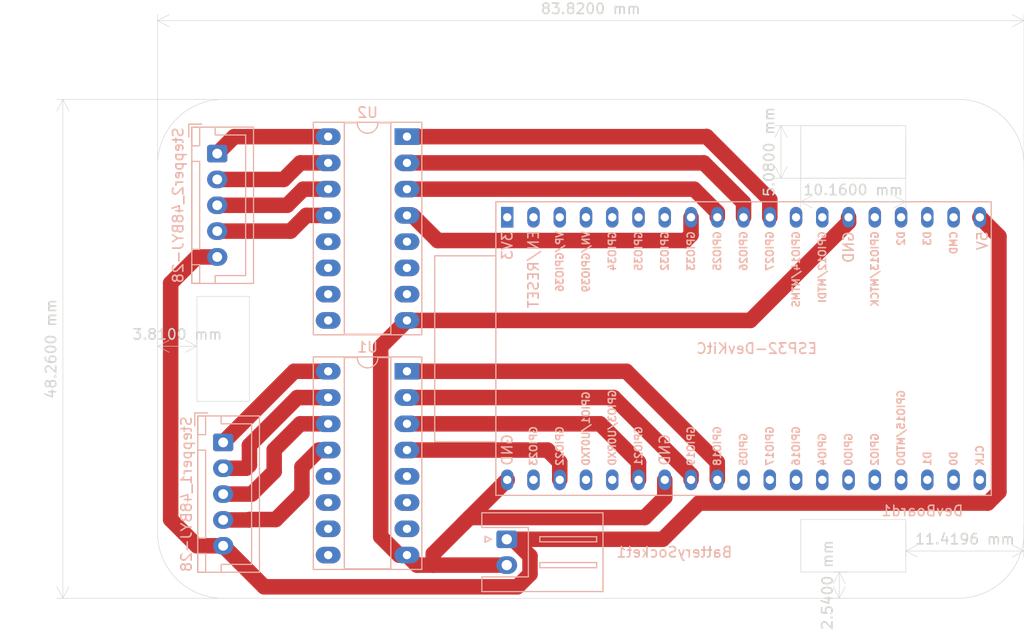
<source format=kicad_pcb>
(kicad_pcb (version 20240108) (generator "pcbnew") (generator_version "8.0")
  (layers (0 "F.Cu" signal) (31 "B.Cu" signal) (34 "B.Paste" user) (35 "F.Paste" user) (36 "B.SilkS" user "B.Silkscreen") (37 "F.SilkS" user "F.Silkscreen") (38 "B.Mask" user) (39 "F.Mask" user) (44 "Edge.Cuts" user))
  (net 0 "")
  (net 1 "GND")
  (net 2 "Net-(BatterySocket1-Pin_1)")
  (net 4 "Net-(DevBoard1-GPIO18)")
  (net 5 "Net-(DevBoard1-GPIO21)")
  (net 19 "Net-(DevBoard1-ADC2_CH7{slash}GPIO27)")
  (net 23 "Net-(DevBoard1-DAC_1{slash}ADC2_CH8{slash}GPIO25)")
  (net 30 "Net-(DevBoard1-DAC_2{slash}ADC2_CH9{slash}GPIO26)")
  (net 31 "Net-(DevBoard1-GPIO19)")
  (net 34 "Net-(DevBoard1-32K_XN{slash}GPIO33{slash}ADC1_CH5)")
  (net 36 "Net-(DevBoard1-GPIO22)")
  (net 37 "Net-(Stepper1_48BYJ-28-Pin_2)")
  (net 38 "Net-(Stepper1_48BYJ-28-Pin_4)")
  (net 39 "Net-(Stepper1_48BYJ-28-Pin_3)")
  (net 40 "Net-(Stepper1_48BYJ-28-Pin_1)")
  (net 41 "Net-(Stepper2_48BYJ-28-Pin_3)")
  (net 42 "Net-(Stepper2_48BYJ-28-Pin_4)")
  (net 43 "Net-(Stepper2_48BYJ-28-Pin_2)")
  (net 44 "Net-(Stepper2_48BYJ-28-Pin_1)")
  (footprint "Package_DIP:DIP-16_W7.62mm_Socket_LongPads" (layer "B.Cu") (at 134.249442 102.5 180)
    (property "Reference" "U1" (at 3.81 2.33 180) (layer "B.SilkS") (effects (justify mirror)))
    (property "Value" "ULN2003")
    (fp_line (start 9.06 1.39) (end 9.06 -19.17) (stroke (width 0.12)) (layer "B.SilkS"))
    (fp_line (start 9.06 -19.17) (end -1.44 -19.17) (stroke (width 0.12)) (layer "B.SilkS"))
    (fp_line (start 6.06 1.33) (end 6.06 -19.11) (stroke (width 0.12)) (layer "B.SilkS"))
    (fp_line (start 6.06 -19.11) (end 1.56 -19.11) (stroke (width 0.12)) (layer "B.SilkS"))
    (fp_line (start 4.81 1.33) (end 6.06 1.33) (stroke (width 0.12)) (layer "B.SilkS"))
    (fp_line (start 1.56 1.33) (end 2.81 1.33) (stroke (width 0.12)) (layer "B.SilkS"))
    (fp_line (start 1.56 -19.11) (end 1.56 1.33) (stroke (width 0.12)) (layer "B.SilkS"))
    (fp_line (start -1.44 1.39) (end 9.06 1.39) (stroke (width 0.12)) (layer "B.SilkS"))
    (fp_line (start -1.44 -19.17) (end -1.44 1.39) (stroke (width 0.12)) (layer "B.SilkS"))
    (fp_arc (start 2.81 1.33) (mid 3.81 0.33) (end 4.81 1.33) (stroke (width 0.12)) (layer "B.SilkS"))
    (pad "1" thru_hole rect (at 0 0 180) (size 2.4 1.6) (drill 0.8) (layers "*.Cu" "*.Mask") (net 4 "Net-(DevBoard1-GPIO18)"))
    (pad "2" thru_hole oval (at 0 -2.54 180) (size 2.4 1.6) (drill 0.8) (layers "*.Cu" "*.Mask") (net 31 "Net-(DevBoard1-GPIO19)"))
    (pad "3" thru_hole oval (at 0 -5.08 180) (size 2.4 1.6) (drill 0.8) (layers "*.Cu" "*.Mask") (net 5 "Net-(DevBoard1-GPIO21)"))
    (pad "4" thru_hole oval (at 0 -7.62 180) (size 2.4 1.6) (drill 0.8) (layers "*.Cu" "*.Mask") (net 36 "Net-(DevBoard1-GPIO22)"))
    (pad "5" thru_hole oval (at 0 -10.16 180) (size 2.4 1.6) (drill 0.8) (layers "*.Cu" "*.Mask"))
    (pad "6" thru_hole oval (at 0 -12.7 180) (size 2.4 1.6) (drill 0.8) (layers "*.Cu" "*.Mask"))
    (pad "7" thru_hole oval (at 0 -15.24 180) (size 2.4 1.6) (drill 0.8) (layers "*.Cu" "*.Mask"))
    (pad "8" thru_hole oval (at 0 -17.78 180) (size 2.4 1.6) (drill 0.8) (layers "*.Cu" "*.Mask") (net 1 "GND"))
    (pad "9" thru_hole oval (at 7.62 -17.78 180) (size 2.4 1.6) (drill 0.8) (layers "*.Cu" "*.Mask"))
    (pad "10" thru_hole oval (at 7.62 -15.24 180) (size 2.4 1.6) (drill 0.8) (layers "*.Cu" "*.Mask"))
    (pad "11" thru_hole oval (at 7.62 -12.7 180) (size 2.4 1.6) (drill 0.8) (layers "*.Cu" "*.Mask"))
    (pad "12" thru_hole oval (at 7.62 -10.16 180) (size 2.4 1.6) (drill 0.8) (layers "*.Cu" "*.Mask"))
    (pad "13" thru_hole oval (at 7.62 -7.62 180) (size 2.4 1.6) (drill 0.8) (layers "*.Cu" "*.Mask") (net 38 "Net-(Stepper1_48BYJ-28-Pin_4)"))
    (pad "14" thru_hole oval (at 7.62 -5.08 180) (size 2.4 1.6) (drill 0.8) (layers "*.Cu" "*.Mask") (net 39 "Net-(Stepper1_48BYJ-28-Pin_3)"))
    (pad "15" thru_hole oval (at 7.62 -2.54 180) (size 2.4 1.6) (drill 0.8) (layers "*.Cu" "*.Mask") (net 37 "Net-(Stepper1_48BYJ-28-Pin_2)"))
    (pad "16" thru_hole oval (at 7.62 0 180) (size 2.4 1.6) (drill 0.8) (layers "*.Cu" "*.Mask") (net 40 "Net-(Stepper1_48BYJ-28-Pin_1)"))
  )
  (footprint "Package_DIP:DIP-16_W7.62mm_Socket_LongPads" (layer "B.Cu") (at 134.249442 79.8 180)
    (property "Reference" "U2" (at 3.81 2.33 180) (layer "B.SilkS") (effects (justify mirror)))
    (property "Value" "ULN2003")
    (fp_line (start 9.06 1.39) (end 9.06 -19.17) (stroke (width 0.12)) (layer "B.SilkS"))
    (fp_line (start 9.06 -19.17) (end -1.44 -19.17) (stroke (width 0.12)) (layer "B.SilkS"))
    (fp_line (start 6.06 1.33) (end 6.06 -19.11) (stroke (width 0.12)) (layer "B.SilkS"))
    (fp_line (start 6.06 -19.11) (end 1.56 -19.11) (stroke (width 0.12)) (layer "B.SilkS"))
    (fp_line (start 4.81 1.33) (end 6.06 1.33) (stroke (width 0.12)) (layer "B.SilkS"))
    (fp_line (start 1.56 1.33) (end 2.81 1.33) (stroke (width 0.12)) (layer "B.SilkS"))
    (fp_line (start 1.56 -19.11) (end 1.56 1.33) (stroke (width 0.12)) (layer "B.SilkS"))
    (fp_line (start -1.44 1.39) (end 9.06 1.39) (stroke (width 0.12)) (layer "B.SilkS"))
    (fp_line (start -1.44 -19.17) (end -1.44 1.39) (stroke (width 0.12)) (layer "B.SilkS"))
    (fp_arc (start 2.81 1.33) (mid 3.81 0.33) (end 4.81 1.33) (stroke (width 0.12)) (layer "B.SilkS"))
    (pad "1" thru_hole rect (at 0 0 180) (size 2.4 1.6) (drill 0.8) (layers "*.Cu" "*.Mask") (net 19 "Net-(DevBoard1-ADC2_CH7{slash}GPIO27)"))
    (pad "2" thru_hole oval (at 0 -2.54 180) (size 2.4 1.6) (drill 0.8) (layers "*.Cu" "*.Mask") (net 30 "Net-(DevBoard1-DAC_2{slash}ADC2_CH9{slash}GPIO26)"))
    (pad "3" thru_hole oval (at 0 -5.08 180) (size 2.4 1.6) (drill 0.8) (layers "*.Cu" "*.Mask") (net 23 "Net-(DevBoard1-DAC_1{slash}ADC2_CH8{slash}GPIO25)"))
    (pad "4" thru_hole oval (at 0 -7.62 180) (size 2.4 1.6) (drill 0.8) (layers "*.Cu" "*.Mask") (net 34 "Net-(DevBoard1-32K_XN{slash}GPIO33{slash}ADC1_CH5)"))
    (pad "5" thru_hole oval (at 0 -10.16 180) (size 2.4 1.6) (drill 0.8) (layers "*.Cu" "*.Mask"))
    (pad "6" thru_hole oval (at 0 -12.7 180) (size 2.4 1.6) (drill 0.8) (layers "*.Cu" "*.Mask"))
    (pad "7" thru_hole oval (at 0 -15.24 180) (size 2.4 1.6) (drill 0.8) (layers "*.Cu" "*.Mask"))
    (pad "8" thru_hole oval (at 0 -17.78 180) (size 2.4 1.6) (drill 0.8) (layers "*.Cu" "*.Mask") (net 1 "GND"))
    (pad "9" thru_hole oval (at 7.62 -17.78 180) (size 2.4 1.6) (drill 0.8) (layers "*.Cu" "*.Mask"))
    (pad "10" thru_hole oval (at 7.62 -15.24 180) (size 2.4 1.6) (drill 0.8) (layers "*.Cu" "*.Mask"))
    (pad "11" thru_hole oval (at 7.62 -12.7 180) (size 2.4 1.6) (drill 0.8) (layers "*.Cu" "*.Mask"))
    (pad "12" thru_hole oval (at 7.62 -10.16 180) (size 2.4 1.6) (drill 0.8) (layers "*.Cu" "*.Mask"))
    (pad "13" thru_hole oval (at 7.62 -7.62 180) (size 2.4 1.6) (drill 0.8) (layers "*.Cu" "*.Mask") (net 42 "Net-(Stepper2_48BYJ-28-Pin_4)"))
    (pad "14" thru_hole oval (at 7.62 -5.08 180) (size 2.4 1.6) (drill 0.8) (layers "*.Cu" "*.Mask") (net 41 "Net-(Stepper2_48BYJ-28-Pin_3)"))
    (pad "15" thru_hole oval (at 7.62 -2.54 180) (size 2.4 1.6) (drill 0.8) (layers "*.Cu" "*.Mask") (net 43 "Net-(Stepper2_48BYJ-28-Pin_2)"))
    (pad "16" thru_hole oval (at 7.62 0 180) (size 2.4 1.6) (drill 0.8) (layers "*.Cu" "*.Mask") (net 44 "Net-(Stepper2_48BYJ-28-Pin_1)"))
  )
  (footprint "Connector_JST:JST_XH_S2B-XH-A_1x02_P2.50mm_Horizontal" (layer "B.Cu") (at 143.902882 118.75 -90)
    (property "Reference" "BatterySocket1" (at 1.25 -16.20656 180) (layer "B.SilkS") (effects (justify mirror)))
    (property "Value" "Conn_01x02_Socket")
    (fp_line (start -2.56 2.41) (end -2.56 -9.31) (stroke (width 0.12)) (layer "B.SilkS"))
    (fp_line (start -1.14 2.41) (end -2.56 2.41) (stroke (width 0.12)) (layer "B.SilkS"))
    (fp_line (start 3.64 2.41) (end 5.06 2.41) (stroke (width 0.12)) (layer "B.SilkS"))
    (fp_line (start 5.06 2.41) (end 5.06 -9.31) (stroke (width 0.12)) (layer "B.SilkS"))
    (fp_line (start -0.3 2.1) (end 0 1.5) (stroke (width 0.12)) (layer "B.SilkS"))
    (fp_line (start 0.3 2.1) (end -0.3 2.1) (stroke (width 0.12)) (layer "B.SilkS"))
    (fp_line (start 0 1.5) (end 0.3 2.1) (stroke (width 0.12)) (layer "B.SilkS"))
    (fp_line (start -1.14 -2.09) (end -1.14 2.41) (stroke (width 0.12)) (layer "B.SilkS"))
    (fp_line (start 1.25 -2.09) (end -1.14 -2.09) (stroke (width 0.12)) (layer "B.SilkS"))
    (fp_line (start 1.25 -2.09) (end 3.64 -2.09) (stroke (width 0.12)) (layer "B.SilkS"))
    (fp_line (start 3.64 -2.09) (end 3.64 2.41) (stroke (width 0.12)) (layer "B.SilkS"))
    (fp_line (start -0.25 -3.2) (end 0.25 -3.2) (stroke (width 0.12)) (layer "B.SilkS"))
    (fp_line (start 0.25 -3.2) (end 0.25 -8.7) (stroke (width 0.12)) (layer "B.SilkS"))
    (fp_line (start 2.25 -3.2) (end 2.75 -3.2) (stroke (width 0.12)) (layer "B.SilkS"))
    (fp_line (start 2.75 -3.2) (end 2.75 -8.7) (stroke (width 0.12)) (layer "B.SilkS"))
    (fp_line (start -0.25 -8.7) (end -0.25 -3.2) (stroke (width 0.12)) (layer "B.SilkS"))
    (fp_line (start 0.25 -8.7) (end -0.25 -8.7) (stroke (width 0.12)) (layer "B.SilkS"))
    (fp_line (start 2.25 -8.7) (end 2.25 -3.2) (stroke (width 0.12)) (layer "B.SilkS"))
    (fp_line (start 2.75 -8.7) (end 2.25 -8.7) (stroke (width 0.12)) (layer "B.SilkS"))
    (fp_line (start -2.56 -9.31) (end 1.25 -9.31) (stroke (width 0.12)) (layer "B.SilkS"))
    (fp_line (start 5.06 -9.31) (end 1.25 -9.31) (stroke (width 0.12)) (layer "B.SilkS"))
    (pad "1" thru_hole roundrect (at 0 0 270) (size 1.7 2) (drill 1) (layers "*.Cu" "*.Mask") (roundrect_rratio 0.1470588235) (net 2 "Net-(BatterySocket1-Pin_1)"))
    (pad "2" thru_hole oval (at 2.5 0 270) (size 1.7 2) (drill 1) (layers "*.Cu" "*.Mask") (net 1 "GND"))
  )
  (footprint "PCM_Espressif:ESP32-DevKitC" (layer "B.Cu") (at 143.949442 87.6 -90)
    (property "Reference" "DevBoard1" (at 28.4 -40.16 180) (layer "B.SilkS") (effects (justify mirror)))
    (property "Value" "ESP32-DevKitC" (at 12.7 -24.13 180) (layer "B.SilkS") (effects (justify mirror)))
    (fp_line (start 3.73012 7.01312) (end 3.73012 1.12032) (stroke (width 0.12)) (layer "B.SilkS"))
    (fp_line (start 21.71332 7.01312) (end 3.73012 7.01312) (stroke (width 0.12)) (layer "B.SilkS"))
    (fp_line (start 21.71332 1.12032) (end 21.71332 7.01312) (stroke (width 0.12)) (layer "B.SilkS"))
    (fp_line (start -1.499999 1.1) (end 26.9 1.1) (stroke (width 0.12)) (layer "B.SilkS"))
    (fp_line (start 26.9 1.1) (end 26.899999 -46.82) (stroke (width 0.12)) (layer "B.SilkS"))
    (fp_line (start -1.5 -46.82) (end -1.499999 1.1) (stroke (width 0.12)) (layer "B.SilkS"))
    (fp_line (start 26.899999 -46.82) (end -1.5 -46.82) (stroke (width 0.12)) (layer "B.SilkS"))
    (fp_text user "D2" (at 1.27 -38.1 90) (layer "B.SilkS") (effects (font (size 0.7 0.7)) (justify left mirror)))
    (fp_text user "GPIO1/U0TXD" (at 24.13 -7.62 90) (layer "B.SilkS") (effects (font (size 0.7 0.7)) (justify right mirror)))
    (fp_text user "GPIO17" (at 24.13 -25.4 90) (layer "B.SilkS") (effects (font (size 0.7 0.7)) (justify right mirror)))
    (fp_text user "GPIO32" (at 1.27 -15.24 90) (layer "B.SilkS") (effects (font (size 0.7 0.7)) (justify left mirror)))
    (fp_text user "GPIO27" (at 1.27 -25.4 90) (layer "B.SilkS") (effects (font (size 0.7 0.7)) (justify left mirror)))
    (fp_text user "GND" (at 24.13 -15.24 90) (layer "B.SilkS") (effects (justify right mirror)))
    (fp_text user "GPIO18" (at 24.13 -20.32 90) (layer "B.SilkS") (effects (font (size 0.7 0.7)) (justify right mirror)))
    (fp_text user "GPIO5" (at 24.13 -22.86 90) (layer "B.SilkS") (effects (font (size 0.7 0.7)) (justify right mirror)))
    (fp_text user "GPIO0" (at 24.13 -33.02 90) (layer "B.SilkS") (effects (font (size 0.7 0.7)) (justify right mirror)))
    (fp_text user "GPIO23" (at 24.13 -2.54 90) (layer "B.SilkS") (effects (font (size 0.7 0.7)) (justify right mirror)))
    (fp_text user "GPIO2" (at 24.13 -35.56 90) (layer "B.SilkS") (effects (font (size 0.7 0.7)) (justify right mirror)))
    (fp_text user "GPIO25" (at 1.27 -20.32 90) (layer "B.SilkS") (effects (font (size 0.7 0.7)) (justify left mirror)))
    (fp_text user "GPIO14/MTMS" (at 1.27 -27.94 90) (layer "B.SilkS") (effects (font (size 0.7 0.7)) (justify left mirror)))
    (fp_text user "GPIO4" (at 24.13 -30.48 90) (layer "B.SilkS") (effects (font (size 0.7 0.7)) (justify right mirror)))
    (fp_text user "GPIO22" (at 24.13 -5.08 90) (layer "B.SilkS") (effects (font (size 0.7 0.7)) (justify right mirror)))
    (fp_text user "VN/GPIO39" (at 1.27 -7.62 90) (layer "B.SilkS") (effects (font (size 0.7 0.7)) (justify left mirror)))
    (fp_text user "GPIO16" (at 24.13 -27.94 90) (layer "B.SilkS") (effects (font (size 0.7 0.7)) (justify right mirror)))
    (fp_text user "GPIO33" (at 1.27 -17.78 90) (layer "B.SilkS") (effects (font (size 0.7 0.7)) (justify left mirror)))
    (fp_text user "GPIO15/MTDO" (at 24.13 -38.1 90) (layer "B.SilkS") (effects (font (size 0.7 0.7)) (justify right mirror)))
    (fp_text user "GPIO21" (at 24.13 -12.7 90) (layer "B.SilkS") (effects (font (size 0.7 0.7)) (justify right mirror)))
    (fp_text user "GPIO35" (at 1.27 -12.7 90) (layer "B.SilkS") (effects (font (size 0.7 0.7)) (justify left mirror)))
    (fp_text user "GPIO3/U0RXD" (at 24.13 -10.16 90) (layer "B.SilkS") (effects (font (size 0.7 0.7)) (justify right mirror)))
    (fp_text user "D3" (at 1.27 -40.64 90) (layer "B.SilkS") (effects (font (size 0.7 0.7)) (justify left mirror)))
    (fp_text user "VP/GPIO36" (at 1.27 -5.08 90) (layer "B.SilkS") (effects (font (size 0.7 0.7)) (justify left mirror)))
    (fp_text user "5V" (at 1.26632 -45.97128 90) (layer "B.SilkS") (effects (justify left mirror)))
    (fp_text user "D1" (at 24.13 -40.64 90) (layer "B.SilkS") (effects (font (size 0.7 0.7)) (justify right mirror)))
    (fp_text user "GPIO34" (at 1.27 -10.16 90) (layer "B.SilkS") (effects (font (size 0.7 0.7)) (justify left mirror)))
    (fp_text user "GPIO26" (at 1.27 -22.86 90) (layer "B.SilkS") (effects (font (size 0.7 0.7)) (justify left mirror)))
    (fp_text user "CLK" (at 24.13 -45.72 90) (layer "B.SilkS") (effects (font (size 0.7 0.7)) (justify right mirror)))
    (fp_text user "GPIO13/MTCK" (at 1.27 -35.56 90) (layer "B.SilkS") (effects (font (size 0.7 0.7)) (justify left mirror)))
    (fp_text user "3V3" (at 1.27 0 90) (layer "B.SilkS") (effects (justify left mirror)))
    (fp_text user "D0" (at 24.13 -43.18 90) (layer "B.SilkS") (effects (font (size 0.7 0.7)) (justify right mirror)))
    (fp_text user "GND" (at 1.27 -33.02 90) (layer "B.SilkS") (effects (justify left mirror)))
    (fp_text user "GND" (at 24.13 0 90) (layer "B.SilkS") (effects (justify right mirror)))
    (fp_text user "GPIO12/MTDI" (at 1.27 -30.48 90) (layer "B.SilkS") (effects (font (size 0.7 0.7)) (justify left mirror)))
    (fp_text user "GPIO19" (at 24.13 -17.78 90) (layer "B.SilkS") (effects (font (size 0.7 0.7)) (justify right mirror)))
    (fp_text user "EN/RESET" (at 8.88632 -2.53728 90) (layer "B.SilkS") (effects (justify right mirror)))
    (fp_text user "CMD" (at 1.27 -43.18 90) (layer "B.SilkS") (effects (font (size 0.7 0.7)) (justify left mirror)))
    (pad "1" thru_hole rect (at 0 0) (size 1.2 2) (drill 0.8) (layers "*.Cu" "*.Mask"))
    (pad "2" thru_hole oval (at 0 -2.54) (size 1.2 2) (drill 0.8) (layers "*.Cu" "*.Mask"))
    (pad "3" thru_hole oval (at 0 -5.08) (size 1.2 2) (drill 0.8) (layers "*.Cu" "*.Mask"))
    (pad "4" thru_hole oval (at 0 -7.62) (size 1.2 2) (drill 0.8) (layers "*.Cu" "*.Mask"))
    (pad "5" thru_hole oval (at 0 -10.16) (size 1.2 2) (drill 0.8) (layers "*.Cu" "*.Mask"))
    (pad "6" thru_hole oval (at 0 -12.7) (size 1.2 2) (drill 0.8) (layers "*.Cu" "*.Mask"))
    (pad "7" thru_hole oval (at 0 -15.24) (size 1.2 2) (drill 0.8) (layers "*.Cu" "*.Mask"))
    (pad "8" thru_hole oval (at 0 -17.78) (size 1.2 2) (drill 0.8) (layers "*.Cu" "*.Mask") (net 34 "Net-(DevBoard1-32K_XN{slash}GPIO33{slash}ADC1_CH5)"))
    (pad "9" thru_hole oval (at 0 -20.32) (size 1.2 2) (drill 0.8) (layers "*.Cu" "*.Mask") (net 23 "Net-(DevBoard1-DAC_1{slash}ADC2_CH8{slash}GPIO25)"))
    (pad "10" thru_hole oval (at 0 -22.86) (size 1.2 2) (drill 0.8) (layers "*.Cu" "*.Mask") (net 30 "Net-(DevBoard1-DAC_2{slash}ADC2_CH9{slash}GPIO26)"))
    (pad "11" thru_hole oval (at 0 -25.4) (size 1.2 2) (drill 0.8) (layers "*.Cu" "*.Mask") (net 19 "Net-(DevBoard1-ADC2_CH7{slash}GPIO27)"))
    (pad "12" thru_hole oval (at 0 -27.94) (size 1.2 2) (drill 0.8) (layers "*.Cu" "*.Mask"))
    (pad "13" thru_hole oval (at 0 -30.48) (size 1.2 2) (drill 0.8) (layers "*.Cu" "*.Mask"))
    (pad "14" thru_hole oval (at 0 -33.02) (size 1.2 2) (drill 0.8) (layers "*.Cu" "*.Mask") (net 1 "GND"))
    (pad "15" thru_hole oval (at 0 -35.56) (size 1.2 2) (drill 0.8) (layers "*.Cu" "*.Mask"))
    (pad "16" thru_hole oval (at 0 -38.1) (size 1.2 2) (drill 0.8) (layers "*.Cu" "*.Mask"))
    (pad "17" thru_hole oval (at 0 -40.64) (size 1.2 2) (drill 0.8) (layers "*.Cu" "*.Mask"))
    (pad "18" thru_hole oval (at 0 -43.18) (size 1.2 2) (drill 0.8) (layers "*.Cu" "*.Mask"))
    (pad "19" thru_hole oval (at 0 -45.72) (size 1.2 2) (drill 0.8) (layers "*.Cu" "*.Mask") (net 2 "Net-(BatterySocket1-Pin_1)"))
    (pad "20" thru_hole oval (at 25.39632 -45.71728) (size 1.2 2) (drill 0.8) (layers "*.Cu" "*.Mask"))
    (pad "21" thru_hole oval (at 25.39632 -43.17728) (size 1.2 2) (drill 0.8) (layers "*.Cu" "*.Mask"))
    (pad "22" thru_hole oval (at 25.4 -40.64) (size 1.2 2) (drill 0.8) (layers "*.Cu" "*.Mask"))
    (pad "23" thru_hole oval (at 25.4 -38.1) (size 1.2 2) (drill 0.8) (layers "*.Cu" "*.Mask"))
    (pad "24" thru_hole oval (at 25.4 -35.56) (size 1.2 2) (drill 0.8) (layers "*.Cu" "*.Mask"))
    (pad "25" thru_hole oval (at 25.4 -33.02) (size 1.2 2) (drill 0.8) (layers "*.Cu" "*.Mask"))
    (pad "26" thru_hole oval (at 25.4 -30.48) (size 1.2 2) (drill 0.8) (layers "*.Cu" "*.Mask"))
    (pad "27" thru_hole oval (at 25.4 -27.94) (size 1.2 2) (drill 0.8) (layers "*.Cu" "*.Mask"))
    (pad "28" thru_hole oval (at 25.4 -25.4) (size 1.2 2) (drill 0.8) (layers "*.Cu" "*.Mask"))
    (pad "29" thru_hole oval (at 25.4 -22.86) (size 1.2 2) (drill 0.8) (layers "*.Cu" "*.Mask"))
    (pad "30" thru_hole oval (at 25.4 -20.32) (size 1.2 2) (drill 0.8) (layers "*.Cu" "*.Mask") (net 4 "Net-(DevBoard1-GPIO18)"))
    (pad "31" thru_hole oval (at 25.4 -17.78) (size 1.2 2) (drill 0.8) (layers "*.Cu" "*.Mask") (net 31 "Net-(DevBoard1-GPIO19)"))
    (pad "32" thru_hole oval (at 25.4 -15.24) (size 1.2 2) (drill 0.8) (layers "*.Cu" "*.Mask") (net 1 "GND"))
    (pad "33" thru_hole oval (at 25.4 -12.7) (size 1.2 2) (drill 0.8) (layers "*.Cu" "*.Mask") (net 5 "Net-(DevBoard1-GPIO21)"))
    (pad "34" thru_hole oval (at 25.4 -10.16) (size 1.2 2) (drill 0.8) (layers "*.Cu" "*.Mask"))
    (pad "35" thru_hole oval (at 25.4 -7.62) (size 1.2 2) (drill 0.8) (layers "*.Cu" "*.Mask"))
    (pad "36" thru_hole oval (at 25.4 -5.08) (size 1.2 2) (drill 0.8) (layers "*.Cu" "*.Mask") (net 36 "Net-(DevBoard1-GPIO22)"))
    (pad "37" thru_hole oval (at 25.4 -2.54) (size 1.2 2) (drill 0.8) (layers "*.Cu" "*.Mask"))
    (pad "38" thru_hole oval (at 25.4 0) (size 1.2 2) (drill 0.8) (layers "*.Cu" "*.Mask") (net 1 "GND"))
  )
  (footprint "Connector_JST:JST_XH_B5B-XH-A_1x05_P2.50mm_Vertical" (layer "B.Cu") (at 116.469442 109.38 -90)
    (property "Reference" "Stepper1_48BYJ-28" (at 5 3.55 90) (layer "B.SilkS") (effects (justify mirror)))
    (property "Value" "Conn_01x05_Socket")
    (fp_line (start -2.85 2.75) (end -1.6 2.75) (stroke (width 0.12)) (layer "B.SilkS"))
    (fp_line (start -2.56 2.46) (end 12.56 2.46) (stroke (width 0.12)) (layer "B.SilkS"))
    (fp_line (start 12.56 2.46) (end 12.56 -3.51) (stroke (width 0.12)) (layer "B.SilkS"))
    (fp_line (start -2.55 2.45) (end -0.75 2.45) (stroke (width 0.12)) (layer "B.SilkS"))
    (fp_line (start -0.75 2.45) (end -0.75 1.7) (stroke (width 0.12)) (layer "B.SilkS"))
    (fp_line (start 0.75 2.45) (end 9.25 2.45) (stroke (width 0.12)) (layer "B.SilkS"))
    (fp_line (start 9.25 2.45) (end 9.25 1.7) (stroke (width 0.12)) (layer "B.SilkS"))
    (fp_line (start 10.75 2.45) (end 12.55 2.45) (stroke (width 0.12)) (layer "B.SilkS"))
    (fp_line (start 12.55 2.45) (end 12.55 1.7) (stroke (width 0.12)) (layer "B.SilkS"))
    (fp_line (start -2.55 1.7) (end -2.55 2.45) (stroke (width 0.12)) (layer "B.SilkS"))
    (fp_line (start -0.75 1.7) (end -2.55 1.7) (stroke (width 0.12)) (layer "B.SilkS"))
    (fp_line (start 0.75 1.7) (end 0.75 2.45) (stroke (width 0.12)) (layer "B.SilkS"))
    (fp_line (start 9.25 1.7) (end 0.75 1.7) (stroke (width 0.12)) (layer "B.SilkS"))
    (fp_line (start 10.75 1.7) (end 10.75 2.45) (stroke (width 0.12)) (layer "B.SilkS"))
    (fp_line (start 12.55 1.7) (end 10.75 1.7) (stroke (width 0.12)) (layer "B.SilkS"))
    (fp_line (start -2.85 1.5) (end -2.85 2.75) (stroke (width 0.12)) (layer "B.SilkS"))
    (fp_line (start -1.8 0.2) (end -2.55 0.2) (stroke (width 0.12)) (layer "B.SilkS"))
    (fp_line (start 11.8 0.2) (end 12.55 0.2) (stroke (width 0.12)) (layer "B.SilkS"))
    (fp_line (start -1.8 -2.75) (end -1.8 0.2) (stroke (width 0.12)) (layer "B.SilkS"))
    (fp_line (start 5 -2.75) (end -1.8 -2.75) (stroke (width 0.12)) (layer "B.SilkS"))
    (fp_line (start 5 -2.75) (end 11.8 -2.75) (stroke (width 0.12)) (layer "B.SilkS"))
    (fp_line (start 11.8 -2.75) (end 11.8 0.2) (stroke (width 0.12)) (layer "B.SilkS"))
    (fp_line (start -2.56 -3.51) (end -2.56 2.46) (stroke (width 0.12)) (layer "B.SilkS"))
    (fp_line (start 12.56 -3.51) (end -2.56 -3.51) (stroke (width 0.12)) (layer "B.SilkS"))
    (pad "1" thru_hole roundrect (at 0 0 270) (size 1.7 1.95) (drill 0.95) (layers "*.Cu" "*.Mask") (roundrect_rratio 0.1470588235) (net 40 "Net-(Stepper1_48BYJ-28-Pin_1)"))
    (pad "2" thru_hole oval (at 2.5 0 270) (size 1.7 1.95) (drill 0.95) (layers "*.Cu" "*.Mask") (net 37 "Net-(Stepper1_48BYJ-28-Pin_2)"))
    (pad "3" thru_hole oval (at 5 0 270) (size 1.7 1.95) (drill 0.95) (layers "*.Cu" "*.Mask") (net 39 "Net-(Stepper1_48BYJ-28-Pin_3)"))
    (pad "4" thru_hole oval (at 7.5 0 270) (size 1.7 1.95) (drill 0.95) (layers "*.Cu" "*.Mask") (net 38 "Net-(Stepper1_48BYJ-28-Pin_4)"))
    (pad "5" thru_hole oval (at 10 0 270) (size 1.7 1.95) (drill 0.95) (layers "*.Cu" "*.Mask") (net 2 "Net-(BatterySocket1-Pin_1)"))
  )
  (footprint "Connector_JST:JST_XH_B5B-XH-A_1x05_P2.50mm_Vertical" (layer "B.Cu") (at 115.894442 81.44 -90)
    (property "Reference" "Stepper2_48BYJ-28" (at 5 3.785 90) (layer "B.SilkS") (effects (justify mirror)))
    (property "Value" "Conn_01x05_Socket")
    (fp_line (start -2.85 2.75) (end -1.6 2.75) (stroke (width 0.12)) (layer "B.SilkS"))
    (fp_line (start -2.56 2.46) (end 12.56 2.46) (stroke (width 0.12)) (layer "B.SilkS"))
    (fp_line (start 12.56 2.46) (end 12.56 -3.51) (stroke (width 0.12)) (layer "B.SilkS"))
    (fp_line (start -2.55 2.45) (end -0.75 2.45) (stroke (width 0.12)) (layer "B.SilkS"))
    (fp_line (start -0.75 2.45) (end -0.75 1.7) (stroke (width 0.12)) (layer "B.SilkS"))
    (fp_line (start 0.75 2.45) (end 9.25 2.45) (stroke (width 0.12)) (layer "B.SilkS"))
    (fp_line (start 9.25 2.45) (end 9.25 1.7) (stroke (width 0.12)) (layer "B.SilkS"))
    (fp_line (start 10.75 2.45) (end 12.55 2.45) (stroke (width 0.12)) (layer "B.SilkS"))
    (fp_line (start 12.55 2.45) (end 12.55 1.7) (stroke (width 0.12)) (layer "B.SilkS"))
    (fp_line (start -2.55 1.7) (end -2.55 2.45) (stroke (width 0.12)) (layer "B.SilkS"))
    (fp_line (start -0.75 1.7) (end -2.55 1.7) (stroke (width 0.12)) (layer "B.SilkS"))
    (fp_line (start 0.75 1.7) (end 0.75 2.45) (stroke (width 0.12)) (layer "B.SilkS"))
    (fp_line (start 9.25 1.7) (end 0.75 1.7) (stroke (width 0.12)) (layer "B.SilkS"))
    (fp_line (start 10.75 1.7) (end 10.75 2.45) (stroke (width 0.12)) (layer "B.SilkS"))
    (fp_line (start 12.55 1.7) (end 10.75 1.7) (stroke (width 0.12)) (layer "B.SilkS"))
    (fp_line (start -2.85 1.5) (end -2.85 2.75) (stroke (width 0.12)) (layer "B.SilkS"))
    (fp_line (start -1.8 0.2) (end -2.55 0.2) (stroke (width 0.12)) (layer "B.SilkS"))
    (fp_line (start 11.8 0.2) (end 12.55 0.2) (stroke (width 0.12)) (layer "B.SilkS"))
    (fp_line (start -1.8 -2.75) (end -1.8 0.2) (stroke (width 0.12)) (layer "B.SilkS"))
    (fp_line (start 5 -2.75) (end -1.8 -2.75) (stroke (width 0.12)) (layer "B.SilkS"))
    (fp_line (start 5 -2.75) (end 11.8 -2.75) (stroke (width 0.12)) (layer "B.SilkS"))
    (fp_line (start 11.8 -2.75) (end 11.8 0.2) (stroke (width 0.12)) (layer "B.SilkS"))
    (fp_line (start -2.56 -3.51) (end -2.56 2.46) (stroke (width 0.12)) (layer "B.SilkS"))
    (fp_line (start 12.56 -3.51) (end -2.56 -3.51) (stroke (width 0.12)) (layer "B.SilkS"))
    (pad "1" thru_hole roundrect (at 0 0 270) (size 1.7 1.95) (drill 0.95) (layers "*.Cu" "*.Mask") (roundrect_rratio 0.1470588235) (net 44 "Net-(Stepper2_48BYJ-28-Pin_1)"))
    (pad "2" thru_hole oval (at 2.5 0 270) (size 1.7 1.95) (drill 0.95) (layers "*.Cu" "*.Mask") (net 43 "Net-(Stepper2_48BYJ-28-Pin_2)"))
    (pad "3" thru_hole oval (at 5 0 270) (size 1.7 1.95) (drill 0.95) (layers "*.Cu" "*.Mask") (net 41 "Net-(Stepper2_48BYJ-28-Pin_3)"))
    (pad "4" thru_hole oval (at 7.5 0 270) (size 1.7 1.95) (drill 0.95) (layers "*.Cu" "*.Mask") (net 42 "Net-(Stepper2_48BYJ-28-Pin_4)"))
    (pad "5" thru_hole oval (at 10 0 270) (size 1.7 1.95) (drill 0.95) (layers "*.Cu" "*.Mask") (net 2 "Net-(BatterySocket1-Pin_1)"))
  )
  (gr_arc (start 110.119442 82.55) (mid 111.979315 78.059877) (end 116.469442 76.2) (stroke (width 0.05)) (layer "Edge.Cuts"))
  (gr_arc (start 116.469442 124.46) (mid 111.979305 122.600133) (end 110.119442 118.11) (stroke (width 0.05)) (layer "Edge.Cuts"))
  (gr_line (start 187.589442 124.46) (end 116.469442 124.46) (stroke (width 0.05)) (layer "Edge.Cuts"))
  (gr_line (start 193.939442 82.55) (end 193.939442 118.11) (stroke (width 0.05)) (layer "Edge.Cuts"))
  (gr_arc (start 193.939442 118.11) (mid 192.079571 122.600133) (end 187.589442 124.46) (stroke (width 0.05)) (layer "Edge.Cuts"))
  (gr_rect (start 172.349442 116.84) (end 182.509442 121.92) (stroke (width 0.05)) (fill none) (layer "Edge.Cuts"))
  (gr_rect (start 113.929442 95.25) (end 119.009442 105.41) (stroke (width 0.05)) (fill none) (layer "Edge.Cuts"))
  (gr_line (start 116.469442 76.2) (end 187.589442 76.2) (stroke (width 0.05)) (layer "Edge.Cuts"))
  (gr_arc (start 187.589442 76.2) (mid 192.079561 78.059877) (end 193.939442 82.55) (stroke (width 0.05)) (layer "Edge.Cuts"))
  (gr_line (start 110.119442 118.11) (end 110.119442 82.55) (stroke (width 0.05)) (layer "Edge.Cuts"))
  (gr_rect (start 172.349442 78.74) (end 182.509442 83.82) (stroke (width 0.05)) (fill none) (layer "Edge.Cuts"))
  (dimension (type aligned) (layer "Edge.Cuts") (pts (xy 116.469442 124.46) (xy 116.469442 76.2)) (height -15.504442) (gr_text "48,2600 mm" (at 99.815 100.33 90) (layer "Edge.Cuts") (effects (font (size 1 1) (thickness 0.15)))) (format (prefix "") (suffix "") (units 3) (units_format 1) (precision 4)) (style (thickness 0.05) (arrow_length 1.27) (text_position_mode 0) (extension_height 0.58642) (extension_offset 0.5) keep_text_aligned))
  (dimension (type aligned) (layer "Edge.Cuts") (pts (xy 182.509442 78.74) (xy 182.509442 83.82)) (height 12.075442) (gr_text "5,0800 mm" (at 169.284 81.28 90) (layer "Edge.Cuts") (effects (font (size 1 1) (thickness 0.15)))) (format (prefix "") (suffix "") (units 3) (units_format 1) (precision 4)) (style (thickness 0.05) (arrow_length 1.27) (text_position_mode 0) (extension_height 0.58642) (extension_offset 0.5) keep_text_aligned))
  (dimension (type aligned) (layer "Edge.Cuts") (pts (xy 113.929442 100.33) (xy 110.119442 100.33)) (height 0.254) (gr_text "3,8100 mm" (at 112.024442 98.926 0) (layer "Edge.Cuts") (effects (font (size 1 1) (thickness 0.15)))) (format (prefix "") (suffix "") (units 3) (units_format 1) (precision 4)) (style (thickness 0.05) (arrow_length 1.27) (text_position_mode 0) (extension_height 0.58642) (extension_offset 0.5) keep_text_aligned))
  (dimension (type aligned) (layer "Edge.Cuts") (pts (xy 110.119442 82.55) (xy 193.939442 82.55)) (height -13.97) (gr_text "83,8200 mm" (at 152.029442 67.43 0) (layer "Edge.Cuts") (effects (font (size 1 1) (thickness 0.15)))) (format (prefix "") (suffix "") (units 3) (units_format 1) (precision 4)) (style (thickness 0.05) (arrow_length 1.27) (text_position_mode 0) (extension_height 0.58642) (extension_offset 0.5) keep_text_aligned))
  (dimension (type aligned) (layer "Edge.Cuts") (pts (xy 172.339 79.502) (xy 182.499 79.502)) (height 6.604) (gr_text "10,1600 mm" (at 177.419 84.956 0) (layer "Edge.Cuts") (effects (font (size 1 1) (thickness 0.15)))) (format (prefix "") (suffix "") (units 3) (units_format 1) (precision 4)) (style (thickness 0.05) (arrow_length 1.27) (text_position_mode 0) (extension_height 0.58642) (extension_offset 0.5) keep_text_aligned))
  (dimension (type aligned) (layer "Edge.Cuts") (pts (xy 177.429442 121.92) (xy 177.419 124.46)) (height 1.354896) (gr_text "2,5400 mm" (at 174.919346 123.179702 89.76445702) (layer "Edge.Cuts") (effects (font (size 1 1) (thickness 0.15)))) (format (prefix "") (suffix "") (units 3) (units_format 1) (precision 4)) (style (thickness 0.05) (arrow_length 1.27) (text_position_mode 0) (extension_height 0.58642) (extension_offset 0.5) keep_text_aligned))
  (dimension (type aligned) (layer "Edge.Cuts") (pts (xy 182.509442 116.84) (xy 193.929 116.84)) (height 3.048) (gr_text "11,4196 mm" (at 188.219221 118.738 0) (layer "Edge.Cuts") (effects (font (size 1 1) (thickness 0.15)))) (format (prefix "") (suffix "") (units 3) (units_format 1) (precision 4)) (style (thickness 0.05) (arrow_length 1.27) (text_position_mode 0) (extension_height 0.58642) (extension_offset 0.5) keep_text_aligned))
  (segment (start 135.219442 121.25) (end 136.789442 121.25) (width 1.5) (layer "F.Cu") (net 1))
  (segment (start 134.249442 120.28) (end 135.219442 121.25) (width 1.5) (layer "F.Cu") (net 1))
  (segment (start 134.249442 120.28) (end 133.490304 120.28) (width 1.5) (layer "F.Cu") (net 1))
  (segment (start 176.969442 88.076295) (end 176.969442 87.6) (width 1.5) (layer "F.Cu") (net 1))
  (segment (start 139.719442 117.23) (end 143.949442 113) (width 1.5) (layer "F.Cu") (net 1))
  (segment (start 140.299442 116.65) (end 157.239442 116.65) (width 1.5) (layer "F.Cu") (net 1))
  (segment (start 133.490304 120.28) (end 131.709442 118.499138) (width 1.5) (layer "F.Cu") (net 1))
  (segment (start 136.789442 121.25) (end 143.902882 121.25) (width 1.5) (layer "F.Cu") (net 1))
  (segment (start 167.465737 97.58) (end 176.969442 88.076295) (width 1.5) (layer "F.Cu") (net 1))
  (segment (start 159.189442 114.7) (end 159.189442 113) (width 1.5) (layer "F.Cu") (net 1))
  (segment (start 136.789442 120.16) (end 139.719442 117.23) (width 1.5) (layer "F.Cu") (net 1))
  (segment (start 131.709442 118.499138) (end 131.709442 100.12) (width 1.5) (layer "F.Cu") (net 1))
  (segment (start 139.719442 117.23) (end 140.299442 116.65) (width 1.5) (layer "F.Cu") (net 1))
  (segment (start 134.249442 97.58) (end 167.465737 97.58) (width 1.5) (layer "F.Cu") (net 1))
  (segment (start 131.709442 100.12) (end 134.249442 97.58) (width 1.5) (layer "F.Cu") (net 1))
  (segment (start 136.789442 121.25) (end 136.789442 120.16) (width 1.5) (layer "F.Cu") (net 1))
  (segment (start 157.239442 116.65) (end 159.189442 114.7) (width 1.5) (layer "F.Cu") (net 1))
  (segment (start 159.189442 113.92) (end 159.189442 113) (width 0.2) (layer "B.Cu") (net 1))
  (segment (start 143.949442 113) (end 143.949442 113.84) (width 0.2) (layer "B.Cu") (net 1))
  (segment (start 191.516722 114.162615) (end 191.516722 89.44728) (width 1.5) (layer "F.Cu") (net 2))
  (segment (start 144.52273 118.75) (end 143.902882 118.75) (width 1.5) (layer "F.Cu") (net 2))
  (segment (start 146.152882 120.380152) (end 144.52273 118.75) (width 1.5) (layer "F.Cu") (net 2))
  (segment (start 116.469442 119.38) (end 120.439442 123.35) (width 1.5) (layer "F.Cu") (net 2))
  (segment (start 191.516722 89.44728) (end 189.669442 87.6) (width 1.5) (layer "F.Cu") (net 2))
  (segment (start 115.894442 91.44) (end 113.929442 91.44) (width 1.5) (layer "F.Cu") (net 2))
  (segment (start 158.995737 118.75) (end 162.495738 115.25) (width 1.5) (layer "F.Cu") (net 2))
  (segment (start 113.929442 91.44) (end 111.389442 93.98) (width 1.5) (layer "F.Cu") (net 2))
  (segment (start 111.389442 93.98) (end 111.389442 116.84) (width 1.5) (layer "F.Cu") (net 2))
  (segment (start 113.929442 119.38) (end 116.469442 119.38) (width 1.5) (layer "F.Cu") (net 2))
  (segment (start 144.92273 123.35) (end 146.152882 122.119848) (width 1.5) (layer "F.Cu") (net 2))
  (segment (start 162.495738 115.25) (end 190.429337 115.25) (width 1.5) (layer "F.Cu") (net 2))
  (segment (start 146.152882 122.119848) (end 146.152882 120.380152) (width 1.5) (layer "F.Cu") (net 2))
  (segment (start 111.389442 116.84) (end 113.929442 119.38) (width 1.5) (layer "F.Cu") (net 2))
  (segment (start 190.429337 115.25) (end 191.516722 114.162615) (width 1.5) (layer "F.Cu") (net 2))
  (segment (start 120.439442 123.35) (end 144.92273 123.35) (width 1.5) (layer "F.Cu") (net 2))
  (segment (start 143.902882 118.75) (end 158.995737 118.75) (width 1.5) (layer "F.Cu") (net 2))
  (segment (start 189.709442 87.6) (end 189.669442 87.6) (width 0.2) (layer "B.Cu") (net 2))
  (segment (start 155.469442 102.5) (end 134.249442 102.5) (width 1.5) (layer "F.Cu") (net 4))
  (segment (start 164.269442 113) (end 164.269442 111.3) (width 1.5) (layer "F.Cu") (net 4))
  (segment (start 164.269442 111.3) (end 155.469442 102.5) (width 1.5) (layer "F.Cu") (net 4))
  (segment (start 152.929442 107.58) (end 134.249442 107.58) (width 1.5) (layer "F.Cu") (net 5))
  (segment (start 156.649442 111.3) (end 152.929442 107.58) (width 1.5) (layer "F.Cu") (net 5))
  (segment (start 156.649442 113) (end 156.649442 111.3) (width 1.5) (layer "F.Cu") (net 5))
  (segment (start 169.349442 85.9) (end 163.239442 79.79) (width 1.5) (layer "F.Cu") (net 19))
  (segment (start 163.239442 79.79) (end 163.229442 79.8) (width 1.5) (layer "F.Cu") (net 19))
  (segment (start 163.229442 79.8) (end 134.249442 79.8) (width 1.5) (layer "F.Cu") (net 19))
  (segment (start 169.349442 87.6) (end 169.349442 85.9) (width 1.5) (layer "F.Cu") (net 19))
  (segment (start 164.269442 87.123705) (end 162.025737 84.88) (width 1.5) (layer "F.Cu") (net 23))
  (segment (start 162.025737 84.88) (end 134.249442 84.88) (width 1.5) (layer "F.Cu") (net 23))
  (segment (start 164.269442 87.6) (end 164.269442 87.123705) (width 1.5) (layer "F.Cu") (net 23))
  (segment (start 162.961014 82.34) (end 134.249442 82.34) (width 1.5) (layer "F.Cu") (net 30))
  (segment (start 162.961014 82.34) (end 166.809442 86.188428) (width 1.5) (layer "F.Cu") (net 30))
  (segment (start 166.809442 87.6) (end 166.809442 86.188428) (width 1.5) (layer "F.Cu") (net 30))
  (segment (start 154.245737 105.04) (end 134.249442 105.04) (width 1.5) (layer "F.Cu") (net 31))
  (segment (start 161.729442 113) (end 161.729442 112.523705) (width 1.5) (layer "F.Cu") (net 31))
  (segment (start 161.729442 112.523705) (end 154.245737 105.04) (width 1.5) (layer "F.Cu") (net 31))
  (segment (start 161.729442 87.6) (end 161.729442 89.3) (width 1.5) (layer "F.Cu") (net 34))
  (segment (start 137.219442 89.85) (end 134.789442 87.42) (width 1.5) (layer "F.Cu") (net 34))
  (segment (start 161.729442 89.3) (end 161.179442 89.85) (width 1.5) (layer "F.Cu") (net 34))
  (segment (start 161.179442 89.85) (end 137.219442 89.85) (width 1.5) (layer "F.Cu") (net 34))
  (segment (start 149.029442 111.3) (end 147.849442 110.12) (width 1.5) (layer "F.Cu") (net 36))
  (segment (start 147.849442 110.12) (end 134.249442 110.12) (width 1.5) (layer "F.Cu") (net 36))
  (segment (start 149.029442 113) (end 149.029442 111.3) (width 1.5) (layer "F.Cu") (net 36))
  (segment (start 123.641015 105.04) (end 119.009442 109.671573) (width 1.5) (layer "F.Cu") (net 37))
  (segment (start 126.629442 105.04) (end 123.641015 105.04) (width 1.5) (layer "F.Cu") (net 37))
  (segment (start 118.694442 111.88) (end 119.009442 111.565) (width 1.5) (layer "F.Cu") (net 37))
  (segment (start 119.009442 111.565) (end 119.009442 109.671573) (width 1.5) (layer "F.Cu") (net 37))
  (segment (start 116.469442 111.88) (end 118.694442 111.88) (width 1.5) (layer "F.Cu") (net 37))
  (segment (start 118.969442 116.88) (end 116.469442 116.88) (width 1.5) (layer "F.Cu") (net 38))
  (segment (start 121.549442 116.84) (end 119.009442 116.84) (width 1.5) (layer "F.Cu") (net 38))
  (segment (start 124.089442 114.3) (end 121.549442 116.84) (width 1.5) (layer "F.Cu") (net 38))
  (segment (start 126.629442 110.12) (end 125.729442 110.12) (width 1.5) (layer "F.Cu") (net 38))
  (segment (start 125.729442 110.12) (end 124.089442 111.76) (width 1.5) (layer "F.Cu") (net 38))
  (segment (start 124.089442 111.76) (end 124.089442 114.3) (width 1.5) (layer "F.Cu") (net 38))
  (segment (start 119.009442 116.84) (end 118.969442 116.88) (width 1.5) (layer "F.Cu") (net 38))
  (segment (start 119.21787 114.38) (end 116.469442 114.38) (width 1.5) (layer "F.Cu") (net 39))
  (segment (start 123.929442 107.58) (end 121.405228 110.104214) (width 1.5) (layer "F.Cu") (net 39))
  (segment (start 121.405228 110.104214) (end 121.405228 112.192642) (width 1.5) (layer "F.Cu") (net 39))
  (segment (start 126.629442 107.58) (end 123.929442 107.58) (width 1.5) (layer "F.Cu") (net 39))
  (segment (start 121.405228 112.192642) (end 119.21787 114.38) (width 1.5) (layer "F.Cu") (net 39))
  (segment (start 123.349442 102.5) (end 116.469442 109.38) (width 1.5) (layer "F.Cu") (net 40))
  (segment (start 126.629442 102.5) (end 123.349442 102.5) (width 1.5) (layer "F.Cu") (net 40))
  (segment (start 124.21787 84.88) (end 122.65787 86.44) (width 1.5) (layer "F.Cu") (net 41))
  (segment (start 126.629442 84.88) (end 124.21787 84.88) (width 1.5) (layer "F.Cu") (net 41))
  (segment (start 122.65787 86.44) (end 115.894442 86.44) (width 1.5) (layer "F.Cu") (net 41))
  (segment (start 124.506298 87.42) (end 122.986298 88.94) (width 1.5) (layer "F.Cu") (net 42))
  (segment (start 122.986298 88.94) (end 115.894442 88.94) (width 1.5) (layer "F.Cu") (net 42))
  (segment (start 126.629442 87.42) (end 124.506298 87.42) (width 1.5) (layer "F.Cu") (net 42))
  (segment (start 123.929442 82.34) (end 122.329442 83.94) (width 1.5) (layer "F.Cu") (net 43))
  (segment (start 126.629442 82.34) (end 123.929442 82.34) (width 1.5) (layer "F.Cu") (net 43))
  (segment (start 122.329442 83.94) (end 115.894442 83.94) (width 1.5) (layer "F.Cu") (net 43))
  (segment (start 117.534442 79.8) (end 115.894442 81.44) (width 1.5) (layer "F.Cu") (net 44))
  (segment (start 126.629442 79.8) (end 117.534442 79.8) (width 1.5) (layer "F.Cu") (net 44))
)
</source>
